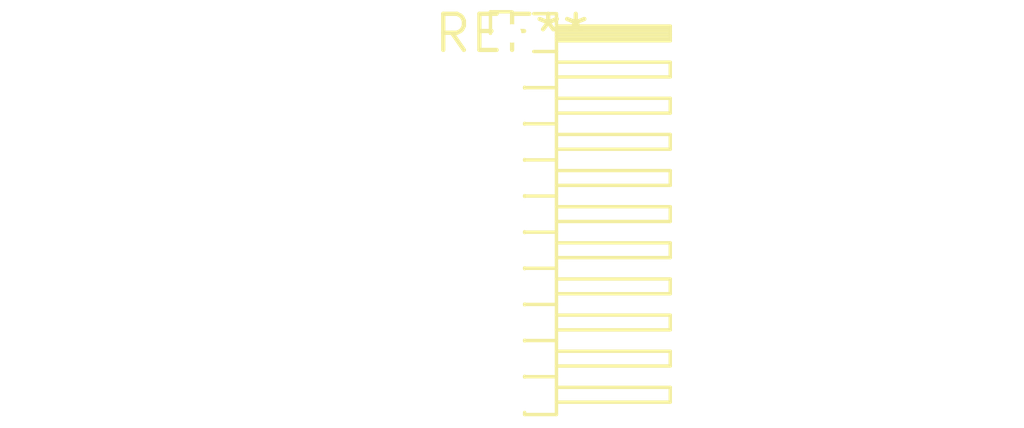
<source format=kicad_pcb>
(kicad_pcb (version 20240108) (generator pcbnew)
  (layers (0 "F.Cu" signal) (31 "B.Cu" signal) (34 "B.Paste" user) (35 "F.Paste" user) (36 "B.SilkS" user "B.Silkscreen") (37 "F.SilkS" user "F.Silkscreen") (38 "B.Mask" user) (39 "F.Mask" user) (44 "Edge.Cuts" user))
  (net 0 "")
  (footprint "PinHeader_1x11_P1.27mm_Horizontal" (layer "F.Cu") (at 0 0)
    (property "Reference" "REF**")
    (property "Value" "PinHeader_1x11_P1.27mm_Horizontal")
    (fp_line (start -0.76 -0.76) (end 0 -0.76) (layer "F.SilkS") (stroke (width 0.12)))
    (fp_line (start -0.76 0) (end -0.76 -0.76) (layer "F.SilkS") (stroke (width 0.12)))
    (fp_line (start 0.44 1.889677) (end 0.44 1.920323) (layer "F.SilkS") (stroke (width 0.12)))
    (fp_line (start 0.44 1.905) (end 1.56 1.905) (layer "F.SilkS") (stroke (width 0.12)))
    (fp_line (start 0.44 3.159677) (end 0.44 3.190323) (layer "F.SilkS") (stroke (width 0.12)))
    (fp_line (start 0.44 3.175) (end 1.56 3.175) (layer "F.SilkS") (stroke (width 0.12)))
    (fp_line (start 0.44 4.429677) (end 0.44 4.460323) (layer "F.SilkS") (stroke (width 0.12)))
    (fp_line (start 0.44 4.445) (end 1.56 4.445) (layer "F.SilkS") (stroke (width 0.12)))
    (fp_line (start 0.44 5.699677) (end 0.44 5.730323) (layer "F.SilkS") (stroke (width 0.12)))
    (fp_line (start 0.44 5.715) (end 1.56 5.715) (layer "F.SilkS") (stroke (width 0.12)))
    (fp_line (start 0.44 6.969677) (end 0.44 7.000323) (layer "F.SilkS") (stroke (width 0.12)))
    (fp_line (start 0.44 6.985) (end 1.56 6.985) (layer "F.SilkS") (stroke (width 0.12)))
    (fp_line (start 0.44 8.239677) (end 0.44 8.270323) (layer "F.SilkS") (stroke (width 0.12)))
    (fp_line (start 0.44 8.255) (end 1.56 8.255) (layer "F.SilkS") (stroke (width 0.12)))
    (fp_line (start 0.44 9.509677) (end 0.44 9.540323) (layer "F.SilkS") (stroke (width 0.12)))
    (fp_line (start 0.44 9.525) (end 1.56 9.525) (layer "F.SilkS") (stroke (width 0.12)))
    (fp_line (start 0.44 10.779677) (end 0.44 10.810323) (layer "F.SilkS") (stroke (width 0.12)))
    (fp_line (start 0.44 10.795) (end 1.56 10.795) (layer "F.SilkS") (stroke (width 0.12)))
    (fp_line (start 0.44 12.049677) (end 0.44 12.080323) (layer "F.SilkS") (stroke (width 0.12)))
    (fp_line (start 0.44 12.065) (end 1.56 12.065) (layer "F.SilkS") (stroke (width 0.12)))
    (fp_line (start 0.44 13.395) (end 0.44 13.319677) (layer "F.SilkS") (stroke (width 0.12)))
    (fp_line (start 0.76 -0.695) (end 1.56 -0.695) (layer "F.SilkS") (stroke (width 0.12)))
    (fp_line (start 0.76 0.635) (end 1.56 0.635) (layer "F.SilkS") (stroke (width 0.12)))
    (fp_line (start 1.56 -0.695) (end 1.56 13.395) (layer "F.SilkS") (stroke (width 0.12)))
    (fp_line (start 1.56 -0.26) (end 5.56 -0.26) (layer "F.SilkS") (stroke (width 0.12)))
    (fp_line (start 1.56 -0.2) (end 5.56 -0.2) (layer "F.SilkS") (stroke (width 0.12)))
    (fp_line (start 1.56 -0.08) (end 5.56 -0.08) (layer "F.SilkS") (stroke (width 0.12)))
    (fp_line (start 1.56 0.04) (end 5.56 0.04) (layer "F.SilkS") (stroke (width 0.12)))
    (fp_line (start 1.56 0.16) (end 5.56 0.16) (layer "F.SilkS") (stroke (width 0.12)))
    (fp_line (start 1.56 1.01) (end 5.56 1.01) (layer "F.SilkS") (stroke (width 0.12)))
    (fp_line (start 1.56 2.28) (end 5.56 2.28) (layer "F.SilkS") (stroke (width 0.12)))
    (fp_line (start 1.56 3.55) (end 5.56 3.55) (layer "F.SilkS") (stroke (width 0.12)))
    (fp_line (start 1.56 4.82) (end 5.56 4.82) (layer "F.SilkS") (stroke (width 0.12)))
    (fp_line (start 1.56 6.09) (end 5.56 6.09) (layer "F.SilkS") (stroke (width 0.12)))
    (fp_line (start 1.56 7.36) (end 5.56 7.36) (layer "F.SilkS") (stroke (width 0.12)))
    (fp_line (start 1.56 8.63) (end 5.56 8.63) (layer "F.SilkS") (stroke (width 0.12)))
    (fp_line (start 1.56 9.9) (end 5.56 9.9) (layer "F.SilkS") (stroke (width 0.12)))
    (fp_line (start 1.56 11.17) (end 5.56 11.17) (layer "F.SilkS") (stroke (width 0.12)))
    (fp_line (start 1.56 12.44) (end 5.56 12.44) (layer "F.SilkS") (stroke (width 0.12)))
    (fp_line (start 1.56 13.395) (end 0.44 13.395) (layer "F.SilkS") (stroke (width 0.12)))
    (fp_line (start 5.56 -0.26) (end 5.56 0.26) (layer "F.SilkS") (stroke (width 0.12)))
    (fp_line (start 5.56 0.26) (end 1.56 0.26) (layer "F.SilkS") (stroke (width 0.12)))
    (fp_line (start 5.56 1.01) (end 5.56 1.53) (layer "F.SilkS") (stroke (width 0.12)))
    (fp_line (start 5.56 1.53) (end 1.56 1.53) (layer "F.SilkS") (stroke (width 0.12)))
    (fp_line (start 5.56 2.28) (end 5.56 2.8) (layer "F.SilkS") (stroke (width 0.12)))
    (fp_line (start 5.56 2.8) (end 1.56 2.8) (layer "F.SilkS") (stroke (width 0.12)))
    (fp_line (start 5.56 3.55) (end 5.56 4.07) (layer "F.SilkS") (stroke (width 0.12)))
    (fp_line (start 5.56 4.07) (end 1.56 4.07) (layer "F.SilkS") (stroke (width 0.12)))
    (fp_line (start 5.56 4.82) (end 5.56 5.34) (layer "F.SilkS") (stroke (width 0.12)))
    (fp_line (start 5.56 5.34) (end 1.56 5.34) (layer "F.SilkS") (stroke (width 0.12)))
    (fp_line (start 5.56 6.09) (end 5.56 6.61) (layer "F.SilkS") (stroke (width 0.12)))
    (fp_line (start 5.56 6.61) (end 1.56 6.61) (layer "F.SilkS") (stroke (width 0.12)))
    (fp_line (start 5.56 7.36) (end 5.56 7.88) (layer "F.SilkS") (stroke (width 0.12)))
    (fp_line (start 5.56 7.88) (end 1.56 7.88) (layer "F.SilkS") (stroke (width 0.12)))
    (fp_line (start 5.56 8.63) (end 5.56 9.15) (layer "F.SilkS") (stroke (width 0.12)))
    (fp_line (start 5.56 9.15) (end 1.56 9.15) (layer "F.SilkS") (stroke (width 0.12)))
    (fp_line (start 5.56 9.9) (end 5.56 10.42) (layer "F.SilkS") (stroke (width 0.12)))
    (fp_line (start 5.56 10.42) (end 1.56 10.42) (layer "F.SilkS") (stroke (width 0.12)))
    (fp_line (start 5.56 11.17) (end 5.56 11.69) (layer "F.SilkS") (stroke (width 0.12)))
    (fp_line (start 5.56 11.69) (end 1.56 11.69) (layer "F.SilkS") (stroke (width 0.12)))
    (fp_line (start 5.56 12.44) (end 5.56 12.96) (layer "F.SilkS") (stroke (width 0.12)))
    (fp_line (start 5.56 12.96) (end 1.56 12.96) (layer "F.SilkS") (stroke (width 0.12)))
    (pad "1" thru_hole rect (at 0 0) (size 1 1) (drill 0.65) (layers *.Cu *.Mask) (remove_unused_layers))
    (pad "2" thru_hole oval (at 0 1.27) (size 1 1) (drill 0.65) (layers *.Cu *.Mask) (remove_unused_layers))
    (pad "3" thru_hole oval (at 0 2.54) (size 1 1) (drill 0.65) (layers *.Cu *.Mask) (remove_unused_layers))
    (pad "4" thru_hole oval (at 0 3.81) (size 1 1) (drill 0.65) (layers *.Cu *.Mask) (remove_unused_layers))
    (pad "5" thru_hole oval (at 0 5.08) (size 1 1) (drill 0.65) (layers *.Cu *.Mask) (remove_unused_layers))
    (pad "6" thru_hole oval (at 0 6.35) (size 1 1) (drill 0.65) (layers *.Cu *.Mask) (remove_unused_layers))
    (pad "7" thru_hole oval (at 0 7.62) (size 1 1) (drill 0.65) (layers *.Cu *.Mask) (remove_unused_layers))
    (pad "8" thru_hole oval (at 0 8.89) (size 1 1) (drill 0.65) (layers *.Cu *.Mask) (remove_unused_layers))
    (pad "9" thru_hole oval (at 0 10.16) (size 1 1) (drill 0.65) (layers *.Cu *.Mask) (remove_unused_layers))
    (pad "10" thru_hole oval (at 0 11.43) (size 1 1) (drill 0.65) (layers *.Cu *.Mask) (remove_unused_layers))
    (pad "11" thru_hole oval (at 0 12.7) (size 1 1) (drill 0.65) (layers *.Cu *.Mask) (remove_unused_layers))
  )
)
</source>
